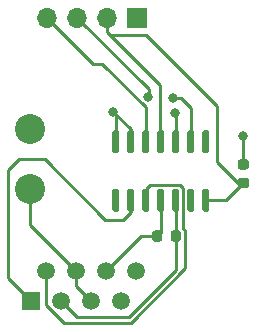
<source format=gbr>
%TF.GenerationSoftware,KiCad,Pcbnew,5.1.6-1.fc32*%
%TF.CreationDate,2020-08-29T01:18:13+01:00*%
%TF.ProjectId,ACNodeAdaptor,41434e6f-6465-4416-9461-70746f722e6b,rev?*%
%TF.SameCoordinates,Original*%
%TF.FileFunction,Copper,L1,Top*%
%TF.FilePolarity,Positive*%
%FSLAX46Y46*%
G04 Gerber Fmt 4.6, Leading zero omitted, Abs format (unit mm)*
G04 Created by KiCad (PCBNEW 5.1.6-1.fc32) date 2020-08-29 01:18:13*
%MOMM*%
%LPD*%
G01*
G04 APERTURE LIST*
%TA.AperFunction,ComponentPad*%
%ADD10C,2.540000*%
%TD*%
%TA.AperFunction,ComponentPad*%
%ADD11C,1.500000*%
%TD*%
%TA.AperFunction,ComponentPad*%
%ADD12R,1.500000X1.500000*%
%TD*%
%TA.AperFunction,ComponentPad*%
%ADD13O,1.700000X1.700000*%
%TD*%
%TA.AperFunction,ComponentPad*%
%ADD14R,1.700000X1.700000*%
%TD*%
%TA.AperFunction,ViaPad*%
%ADD15C,0.800000*%
%TD*%
%TA.AperFunction,Conductor*%
%ADD16C,0.250000*%
%TD*%
G04 APERTURE END LIST*
D10*
%TO.P,J1,2*%
%TO.N,+12V*%
X139950000Y-86520000D03*
%TO.P,J1,1*%
%TO.N,GND*%
X139950000Y-81440000D03*
%TD*%
%TO.P,U1,14*%
%TO.N,+5V*%
%TA.AperFunction,SMDPad,CuDef*%
G36*
G01*
X154660000Y-86500000D02*
X154960000Y-86500000D01*
G75*
G02*
X155110000Y-86650000I0J-150000D01*
G01*
X155110000Y-88300000D01*
G75*
G02*
X154960000Y-88450000I-150000J0D01*
G01*
X154660000Y-88450000D01*
G75*
G02*
X154510000Y-88300000I0J150000D01*
G01*
X154510000Y-86650000D01*
G75*
G02*
X154660000Y-86500000I150000J0D01*
G01*
G37*
%TD.AperFunction*%
%TO.P,U1,13*%
%TO.N,N/C*%
%TA.AperFunction,SMDPad,CuDef*%
G36*
G01*
X153390000Y-86500000D02*
X153690000Y-86500000D01*
G75*
G02*
X153840000Y-86650000I0J-150000D01*
G01*
X153840000Y-88300000D01*
G75*
G02*
X153690000Y-88450000I-150000J0D01*
G01*
X153390000Y-88450000D01*
G75*
G02*
X153240000Y-88300000I0J150000D01*
G01*
X153240000Y-86650000D01*
G75*
G02*
X153390000Y-86500000I150000J0D01*
G01*
G37*
%TD.AperFunction*%
%TO.P,U1,12*%
%TO.N,Net-(J3-Pad3)*%
%TA.AperFunction,SMDPad,CuDef*%
G36*
G01*
X152120000Y-86500000D02*
X152420000Y-86500000D01*
G75*
G02*
X152570000Y-86650000I0J-150000D01*
G01*
X152570000Y-88300000D01*
G75*
G02*
X152420000Y-88450000I-150000J0D01*
G01*
X152120000Y-88450000D01*
G75*
G02*
X151970000Y-88300000I0J150000D01*
G01*
X151970000Y-86650000D01*
G75*
G02*
X152120000Y-86500000I150000J0D01*
G01*
G37*
%TD.AperFunction*%
%TO.P,U1,11*%
%TO.N,Net-(J3-Pad6)*%
%TA.AperFunction,SMDPad,CuDef*%
G36*
G01*
X150850000Y-86500000D02*
X151150000Y-86500000D01*
G75*
G02*
X151300000Y-86650000I0J-150000D01*
G01*
X151300000Y-88300000D01*
G75*
G02*
X151150000Y-88450000I-150000J0D01*
G01*
X150850000Y-88450000D01*
G75*
G02*
X150700000Y-88300000I0J150000D01*
G01*
X150700000Y-86650000D01*
G75*
G02*
X150850000Y-86500000I150000J0D01*
G01*
G37*
%TD.AperFunction*%
%TO.P,U1,10*%
%TO.N,Net-(J3-Pad2)*%
%TA.AperFunction,SMDPad,CuDef*%
G36*
G01*
X149580000Y-86500000D02*
X149880000Y-86500000D01*
G75*
G02*
X150030000Y-86650000I0J-150000D01*
G01*
X150030000Y-88300000D01*
G75*
G02*
X149880000Y-88450000I-150000J0D01*
G01*
X149580000Y-88450000D01*
G75*
G02*
X149430000Y-88300000I0J150000D01*
G01*
X149430000Y-86650000D01*
G75*
G02*
X149580000Y-86500000I150000J0D01*
G01*
G37*
%TD.AperFunction*%
%TO.P,U1,9*%
%TO.N,Net-(J3-Pad1)*%
%TA.AperFunction,SMDPad,CuDef*%
G36*
G01*
X148310000Y-86500000D02*
X148610000Y-86500000D01*
G75*
G02*
X148760000Y-86650000I0J-150000D01*
G01*
X148760000Y-88300000D01*
G75*
G02*
X148610000Y-88450000I-150000J0D01*
G01*
X148310000Y-88450000D01*
G75*
G02*
X148160000Y-88300000I0J150000D01*
G01*
X148160000Y-86650000D01*
G75*
G02*
X148310000Y-86500000I150000J0D01*
G01*
G37*
%TD.AperFunction*%
%TO.P,U1,8*%
%TO.N,N/C*%
%TA.AperFunction,SMDPad,CuDef*%
G36*
G01*
X147040000Y-86500000D02*
X147340000Y-86500000D01*
G75*
G02*
X147490000Y-86650000I0J-150000D01*
G01*
X147490000Y-88300000D01*
G75*
G02*
X147340000Y-88450000I-150000J0D01*
G01*
X147040000Y-88450000D01*
G75*
G02*
X146890000Y-88300000I0J150000D01*
G01*
X146890000Y-86650000D01*
G75*
G02*
X147040000Y-86500000I150000J0D01*
G01*
G37*
%TD.AperFunction*%
%TO.P,U1,7*%
%TO.N,GND*%
%TA.AperFunction,SMDPad,CuDef*%
G36*
G01*
X147040000Y-81550000D02*
X147340000Y-81550000D01*
G75*
G02*
X147490000Y-81700000I0J-150000D01*
G01*
X147490000Y-83350000D01*
G75*
G02*
X147340000Y-83500000I-150000J0D01*
G01*
X147040000Y-83500000D01*
G75*
G02*
X146890000Y-83350000I0J150000D01*
G01*
X146890000Y-81700000D01*
G75*
G02*
X147040000Y-81550000I150000J0D01*
G01*
G37*
%TD.AperFunction*%
%TO.P,U1,6*%
%TA.AperFunction,SMDPad,CuDef*%
G36*
G01*
X148310000Y-81550000D02*
X148610000Y-81550000D01*
G75*
G02*
X148760000Y-81700000I0J-150000D01*
G01*
X148760000Y-83350000D01*
G75*
G02*
X148610000Y-83500000I-150000J0D01*
G01*
X148310000Y-83500000D01*
G75*
G02*
X148160000Y-83350000I0J150000D01*
G01*
X148160000Y-81700000D01*
G75*
G02*
X148310000Y-81550000I150000J0D01*
G01*
G37*
%TD.AperFunction*%
%TO.P,U1,5*%
%TO.N,Net-(J2-Pad4)*%
%TA.AperFunction,SMDPad,CuDef*%
G36*
G01*
X149580000Y-81550000D02*
X149880000Y-81550000D01*
G75*
G02*
X150030000Y-81700000I0J-150000D01*
G01*
X150030000Y-83350000D01*
G75*
G02*
X149880000Y-83500000I-150000J0D01*
G01*
X149580000Y-83500000D01*
G75*
G02*
X149430000Y-83350000I0J150000D01*
G01*
X149430000Y-81700000D01*
G75*
G02*
X149580000Y-81550000I150000J0D01*
G01*
G37*
%TD.AperFunction*%
%TO.P,U1,4*%
%TO.N,+5V*%
%TA.AperFunction,SMDPad,CuDef*%
G36*
G01*
X150850000Y-81550000D02*
X151150000Y-81550000D01*
G75*
G02*
X151300000Y-81700000I0J-150000D01*
G01*
X151300000Y-83350000D01*
G75*
G02*
X151150000Y-83500000I-150000J0D01*
G01*
X150850000Y-83500000D01*
G75*
G02*
X150700000Y-83350000I0J150000D01*
G01*
X150700000Y-81700000D01*
G75*
G02*
X150850000Y-81550000I150000J0D01*
G01*
G37*
%TD.AperFunction*%
%TO.P,U1,3*%
%TO.N,GND*%
%TA.AperFunction,SMDPad,CuDef*%
G36*
G01*
X152120000Y-81550000D02*
X152420000Y-81550000D01*
G75*
G02*
X152570000Y-81700000I0J-150000D01*
G01*
X152570000Y-83350000D01*
G75*
G02*
X152420000Y-83500000I-150000J0D01*
G01*
X152120000Y-83500000D01*
G75*
G02*
X151970000Y-83350000I0J150000D01*
G01*
X151970000Y-81700000D01*
G75*
G02*
X152120000Y-81550000I150000J0D01*
G01*
G37*
%TD.AperFunction*%
%TO.P,U1,2*%
%TO.N,Net-(J2-Pad3)*%
%TA.AperFunction,SMDPad,CuDef*%
G36*
G01*
X153390000Y-81550000D02*
X153690000Y-81550000D01*
G75*
G02*
X153840000Y-81700000I0J-150000D01*
G01*
X153840000Y-83350000D01*
G75*
G02*
X153690000Y-83500000I-150000J0D01*
G01*
X153390000Y-83500000D01*
G75*
G02*
X153240000Y-83350000I0J150000D01*
G01*
X153240000Y-81700000D01*
G75*
G02*
X153390000Y-81550000I150000J0D01*
G01*
G37*
%TD.AperFunction*%
%TO.P,U1,1*%
%TO.N,N/C*%
%TA.AperFunction,SMDPad,CuDef*%
G36*
G01*
X154660000Y-81550000D02*
X154960000Y-81550000D01*
G75*
G02*
X155110000Y-81700000I0J-150000D01*
G01*
X155110000Y-83350000D01*
G75*
G02*
X154960000Y-83500000I-150000J0D01*
G01*
X154660000Y-83500000D01*
G75*
G02*
X154510000Y-83350000I0J150000D01*
G01*
X154510000Y-81700000D01*
G75*
G02*
X154660000Y-81550000I150000J0D01*
G01*
G37*
%TD.AperFunction*%
%TD*%
%TO.P,R1,2*%
%TO.N,Net-(J3-Pad6)*%
%TA.AperFunction,SMDPad,CuDef*%
G36*
G01*
X151150000Y-90243750D02*
X151150000Y-90756250D01*
G75*
G02*
X150931250Y-90975000I-218750J0D01*
G01*
X150493750Y-90975000D01*
G75*
G02*
X150275000Y-90756250I0J218750D01*
G01*
X150275000Y-90243750D01*
G75*
G02*
X150493750Y-90025000I218750J0D01*
G01*
X150931250Y-90025000D01*
G75*
G02*
X151150000Y-90243750I0J-218750D01*
G01*
G37*
%TD.AperFunction*%
%TO.P,R1,1*%
%TO.N,Net-(J3-Pad3)*%
%TA.AperFunction,SMDPad,CuDef*%
G36*
G01*
X152725000Y-90243750D02*
X152725000Y-90756250D01*
G75*
G02*
X152506250Y-90975000I-218750J0D01*
G01*
X152068750Y-90975000D01*
G75*
G02*
X151850000Y-90756250I0J218750D01*
G01*
X151850000Y-90243750D01*
G75*
G02*
X152068750Y-90025000I218750J0D01*
G01*
X152506250Y-90025000D01*
G75*
G02*
X152725000Y-90243750I0J-218750D01*
G01*
G37*
%TD.AperFunction*%
%TD*%
D11*
%TO.P,J3,8*%
%TO.N,GND*%
X148890000Y-93460000D03*
%TO.P,J3,7*%
X147620000Y-96000000D03*
%TO.P,J3,6*%
%TO.N,Net-(J3-Pad6)*%
X146350000Y-93460000D03*
%TO.P,J3,5*%
%TO.N,+12V*%
X145080000Y-96000000D03*
%TO.P,J3,4*%
X143810000Y-93460000D03*
%TO.P,J3,3*%
%TO.N,Net-(J3-Pad3)*%
X142540000Y-96000000D03*
%TO.P,J3,2*%
%TO.N,Net-(J3-Pad2)*%
X141270000Y-93460000D03*
D12*
%TO.P,J3,1*%
%TO.N,Net-(J3-Pad1)*%
X140000000Y-96000000D03*
%TD*%
D13*
%TO.P,J2,4*%
%TO.N,Net-(J2-Pad4)*%
X141380000Y-72000000D03*
%TO.P,J2,3*%
%TO.N,Net-(J2-Pad3)*%
X143920000Y-72000000D03*
%TO.P,J2,2*%
%TO.N,+5V*%
X146460000Y-72000000D03*
D14*
%TO.P,J2,1*%
%TO.N,GND*%
X149000000Y-72000000D03*
%TD*%
%TO.P,C1,2*%
%TO.N,GND*%
%TA.AperFunction,SMDPad,CuDef*%
G36*
G01*
X158256250Y-84862500D02*
X157743750Y-84862500D01*
G75*
G02*
X157525000Y-84643750I0J218750D01*
G01*
X157525000Y-84206250D01*
G75*
G02*
X157743750Y-83987500I218750J0D01*
G01*
X158256250Y-83987500D01*
G75*
G02*
X158475000Y-84206250I0J-218750D01*
G01*
X158475000Y-84643750D01*
G75*
G02*
X158256250Y-84862500I-218750J0D01*
G01*
G37*
%TD.AperFunction*%
%TO.P,C1,1*%
%TO.N,+5V*%
%TA.AperFunction,SMDPad,CuDef*%
G36*
G01*
X158256250Y-86437500D02*
X157743750Y-86437500D01*
G75*
G02*
X157525000Y-86218750I0J218750D01*
G01*
X157525000Y-85781250D01*
G75*
G02*
X157743750Y-85562500I218750J0D01*
G01*
X158256250Y-85562500D01*
G75*
G02*
X158475000Y-85781250I0J-218750D01*
G01*
X158475000Y-86218750D01*
G75*
G02*
X158256250Y-86437500I-218750J0D01*
G01*
G37*
%TD.AperFunction*%
%TD*%
D15*
%TO.N,GND*%
X147000000Y-80000000D03*
X158000000Y-82000000D03*
X152200000Y-80100000D03*
%TO.N,Net-(J2-Pad3)*%
X149900000Y-78700000D03*
X152000000Y-78800000D03*
%TD*%
D16*
%TO.N,GND*%
X147190000Y-82525000D02*
X147190000Y-80190000D01*
X147190000Y-80190000D02*
X147000000Y-80000000D01*
X148460000Y-81460000D02*
X147000000Y-80000000D01*
X148460000Y-82525000D02*
X148460000Y-81460000D01*
X158000000Y-84425000D02*
X158000000Y-82000000D01*
X152270000Y-80170000D02*
X152200000Y-80100000D01*
X152270000Y-82525000D02*
X152270000Y-80170000D01*
%TO.N,+5V*%
X156525000Y-87475000D02*
X158000000Y-86000000D01*
X154810000Y-87475000D02*
X156525000Y-87475000D01*
X146460000Y-73202081D02*
X146460000Y-72000000D01*
X146732920Y-73475001D02*
X146460000Y-73202081D01*
X149725001Y-73475001D02*
X146732920Y-73475001D01*
X155735010Y-79485010D02*
X149725001Y-73475001D01*
X155735010Y-84210010D02*
X155735010Y-79485010D01*
X157525000Y-86000000D02*
X155735010Y-84210010D01*
X158000000Y-86000000D02*
X157525000Y-86000000D01*
X150974999Y-81524999D02*
X151000000Y-81550000D01*
X150974999Y-77717080D02*
X150974999Y-81524999D01*
X151000000Y-81550000D02*
X151000000Y-82525000D01*
X146460000Y-73202081D02*
X150974999Y-77717080D01*
%TO.N,+12V*%
X139950000Y-89600000D02*
X143810000Y-93460000D01*
X139950000Y-86520000D02*
X139950000Y-89600000D01*
X143810000Y-94730000D02*
X145080000Y-96000000D01*
X143810000Y-93460000D02*
X143810000Y-94730000D01*
%TO.N,Net-(J2-Pad4)*%
X149730000Y-79603002D02*
X146026998Y-75900000D01*
X149730000Y-82525000D02*
X149730000Y-79603002D01*
X145280000Y-75900000D02*
X141380000Y-72000000D01*
X146026998Y-75900000D02*
X145280000Y-75900000D01*
%TO.N,Net-(J2-Pad3)*%
X143920000Y-72000000D02*
X150000000Y-78080000D01*
X150000000Y-78600000D02*
X149900000Y-78700000D01*
X150000000Y-78080000D02*
X150000000Y-78600000D01*
X152700000Y-78800000D02*
X152000000Y-78800000D01*
X153540000Y-79640000D02*
X152700000Y-78800000D01*
X153540000Y-82525000D02*
X153540000Y-79640000D01*
%TO.N,Net-(J3-Pad6)*%
X151000000Y-90212500D02*
X150712500Y-90500000D01*
X151000000Y-87475000D02*
X151000000Y-90212500D01*
X149310000Y-90500000D02*
X146350000Y-93460000D01*
X150712500Y-90500000D02*
X149310000Y-90500000D01*
%TO.N,Net-(J3-Pad3)*%
X152270000Y-90482500D02*
X152287500Y-90500000D01*
X152270000Y-87475000D02*
X152270000Y-90482500D01*
X143915001Y-97375001D02*
X142540000Y-96000000D01*
X148280001Y-97375001D02*
X143915001Y-97375001D01*
X152287500Y-93367502D02*
X148280001Y-97375001D01*
X152287500Y-90500000D02*
X152287500Y-93367502D01*
%TO.N,Net-(J3-Pad2)*%
X141270000Y-96321002D02*
X141270000Y-93460000D01*
X153050010Y-93241402D02*
X148466401Y-97825011D01*
X153050010Y-90018516D02*
X153050010Y-93241402D01*
X152895010Y-89863516D02*
X153050010Y-90018516D01*
X152895010Y-86453242D02*
X152895010Y-89863516D01*
X152616758Y-86174990D02*
X152895010Y-86453242D01*
X150055010Y-86174990D02*
X152616758Y-86174990D01*
X142774009Y-97825011D02*
X141270000Y-96321002D01*
X149730000Y-86500000D02*
X150055010Y-86174990D01*
X148466401Y-97825011D02*
X142774009Y-97825011D01*
X149730000Y-87475000D02*
X149730000Y-86500000D01*
%TO.N,Net-(J3-Pad1)*%
X148460000Y-88450000D02*
X148460000Y-87475000D01*
X147810000Y-89100000D02*
X148460000Y-88450000D01*
X146300000Y-89100000D02*
X147810000Y-89100000D01*
X141200000Y-84000000D02*
X146300000Y-89100000D01*
X138054999Y-84945001D02*
X139000000Y-84000000D01*
X138054999Y-94054999D02*
X138054999Y-84945001D01*
X139000000Y-84000000D02*
X141200000Y-84000000D01*
X140000000Y-96000000D02*
X138054999Y-94054999D01*
%TD*%
M02*

</source>
